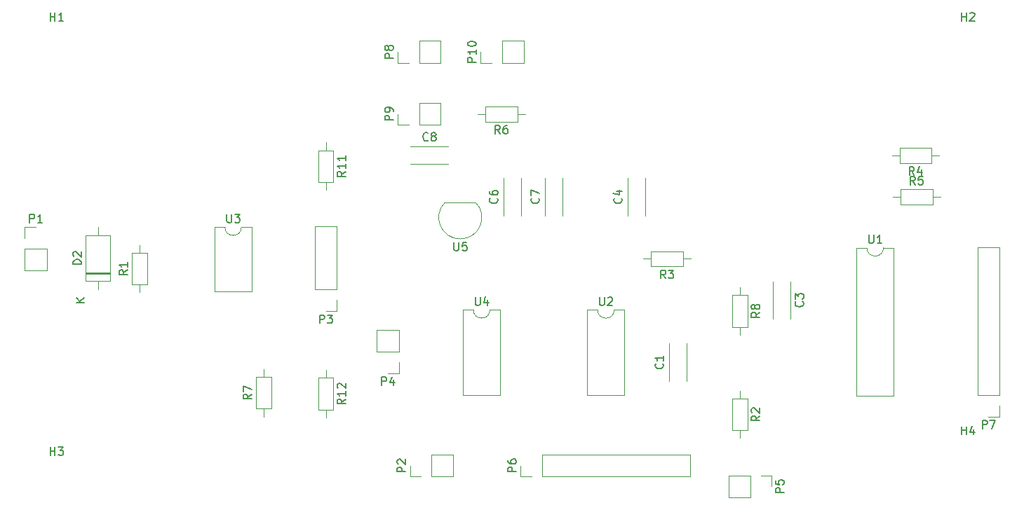
<source format=gbr>
G04 #@! TF.GenerationSoftware,KiCad,Pcbnew,(5.1.9)-1*
G04 #@! TF.CreationDate,2021-05-01T23:11:56+02:00*
G04 #@! TF.ProjectId,usb_pcb,7573625f-7063-4622-9e6b-696361645f70,0*
G04 #@! TF.SameCoordinates,Original*
G04 #@! TF.FileFunction,Legend,Top*
G04 #@! TF.FilePolarity,Positive*
%FSLAX46Y46*%
G04 Gerber Fmt 4.6, Leading zero omitted, Abs format (unit mm)*
G04 Created by KiCad (PCBNEW (5.1.9)-1) date 2021-05-01 23:11:56*
%MOMM*%
%LPD*%
G01*
G04 APERTURE LIST*
%ADD10C,0.120000*%
%ADD11C,0.150000*%
G04 APERTURE END LIST*
D10*
X91330000Y-71050000D02*
X88670000Y-71050000D01*
X91330000Y-78730000D02*
X91330000Y-71050000D01*
X88670000Y-78730000D02*
X88670000Y-71050000D01*
X91330000Y-78730000D02*
X88670000Y-78730000D01*
X91330000Y-80000000D02*
X91330000Y-81330000D01*
X91330000Y-81330000D02*
X90000000Y-81330000D01*
X171330000Y-73630000D02*
X168670000Y-73630000D01*
X171330000Y-91470000D02*
X171330000Y-73630000D01*
X168670000Y-91470000D02*
X168670000Y-73630000D01*
X171330000Y-91470000D02*
X168670000Y-91470000D01*
X171330000Y-92740000D02*
X171330000Y-94070000D01*
X171330000Y-94070000D02*
X170000000Y-94070000D01*
X133950000Y-101330000D02*
X133950000Y-98670000D01*
X116110000Y-101330000D02*
X133950000Y-101330000D01*
X116110000Y-98670000D02*
X133950000Y-98670000D01*
X116110000Y-101330000D02*
X116110000Y-98670000D01*
X114840000Y-101330000D02*
X113510000Y-101330000D01*
X113510000Y-101330000D02*
X113510000Y-100000000D01*
X113110000Y-58420000D02*
X113110000Y-56580000D01*
X113110000Y-56580000D02*
X109270000Y-56580000D01*
X109270000Y-56580000D02*
X109270000Y-58420000D01*
X109270000Y-58420000D02*
X113110000Y-58420000D01*
X114060000Y-57500000D02*
X113110000Y-57500000D01*
X108320000Y-57500000D02*
X109270000Y-57500000D01*
X113870000Y-51330000D02*
X113870000Y-48670000D01*
X111270000Y-51330000D02*
X113870000Y-51330000D01*
X111270000Y-48670000D02*
X113870000Y-48670000D01*
X111270000Y-51330000D02*
X111270000Y-48670000D01*
X110000000Y-51330000D02*
X108670000Y-51330000D01*
X108670000Y-51330000D02*
X108670000Y-50000000D01*
X103870000Y-58830000D02*
X103870000Y-56170000D01*
X101270000Y-58830000D02*
X103870000Y-58830000D01*
X101270000Y-56170000D02*
X103870000Y-56170000D01*
X101270000Y-58830000D02*
X101270000Y-56170000D01*
X100000000Y-58830000D02*
X98670000Y-58830000D01*
X98670000Y-58830000D02*
X98670000Y-57500000D01*
X103870000Y-51330000D02*
X103870000Y-48670000D01*
X101270000Y-51330000D02*
X103870000Y-51330000D01*
X101270000Y-48670000D02*
X103870000Y-48670000D01*
X101270000Y-51330000D02*
X101270000Y-48670000D01*
X100000000Y-51330000D02*
X98670000Y-51330000D01*
X98670000Y-51330000D02*
X98670000Y-50000000D01*
X138630000Y-101170000D02*
X138630000Y-103830000D01*
X141230000Y-101170000D02*
X138630000Y-101170000D01*
X141230000Y-103830000D02*
X138630000Y-103830000D01*
X141230000Y-101170000D02*
X141230000Y-103830000D01*
X142500000Y-101170000D02*
X143830000Y-101170000D01*
X143830000Y-101170000D02*
X143830000Y-102500000D01*
X98830000Y-83630000D02*
X96170000Y-83630000D01*
X98830000Y-86230000D02*
X98830000Y-83630000D01*
X96170000Y-86230000D02*
X96170000Y-83630000D01*
X98830000Y-86230000D02*
X96170000Y-86230000D01*
X98830000Y-87500000D02*
X98830000Y-88830000D01*
X98830000Y-88830000D02*
X97500000Y-88830000D01*
X105370000Y-101330000D02*
X105370000Y-98670000D01*
X102770000Y-101330000D02*
X105370000Y-101330000D01*
X102770000Y-98670000D02*
X105370000Y-98670000D01*
X102770000Y-101330000D02*
X102770000Y-98670000D01*
X101500000Y-101330000D02*
X100170000Y-101330000D01*
X100170000Y-101330000D02*
X100170000Y-100000000D01*
X53670000Y-76370000D02*
X56330000Y-76370000D01*
X53670000Y-73770000D02*
X53670000Y-76370000D01*
X56330000Y-73770000D02*
X56330000Y-76370000D01*
X53670000Y-73770000D02*
X56330000Y-73770000D01*
X53670000Y-72500000D02*
X53670000Y-71170000D01*
X53670000Y-71170000D02*
X55000000Y-71170000D01*
X108030000Y-68150000D02*
X104430000Y-68150000D01*
X104391522Y-68161522D02*
G75*
G03*
X106230000Y-72600000I1838478J-1838478D01*
G01*
X108068478Y-68161522D02*
G75*
G02*
X106230000Y-72600000I-1838478J-1838478D01*
G01*
X159390000Y-66580000D02*
X159390000Y-68420000D01*
X159390000Y-68420000D02*
X163230000Y-68420000D01*
X163230000Y-68420000D02*
X163230000Y-66580000D01*
X163230000Y-66580000D02*
X159390000Y-66580000D01*
X158440000Y-67500000D02*
X159390000Y-67500000D01*
X164180000Y-67500000D02*
X163230000Y-67500000D01*
X163110000Y-63420000D02*
X163110000Y-61580000D01*
X163110000Y-61580000D02*
X159270000Y-61580000D01*
X159270000Y-61580000D02*
X159270000Y-63420000D01*
X159270000Y-63420000D02*
X163110000Y-63420000D01*
X164060000Y-62500000D02*
X163110000Y-62500000D01*
X158320000Y-62500000D02*
X159270000Y-62500000D01*
X66580000Y-78110000D02*
X68420000Y-78110000D01*
X68420000Y-78110000D02*
X68420000Y-74270000D01*
X68420000Y-74270000D02*
X66580000Y-74270000D01*
X66580000Y-74270000D02*
X66580000Y-78110000D01*
X67500000Y-79060000D02*
X67500000Y-78110000D01*
X67500000Y-73320000D02*
X67500000Y-74270000D01*
X61030000Y-77640000D02*
X63970000Y-77640000D01*
X63970000Y-77640000D02*
X63970000Y-72200000D01*
X63970000Y-72200000D02*
X61030000Y-72200000D01*
X61030000Y-72200000D02*
X61030000Y-77640000D01*
X62500000Y-78660000D02*
X62500000Y-77640000D01*
X62500000Y-71180000D02*
X62500000Y-72200000D01*
X61030000Y-76740000D02*
X63970000Y-76740000D01*
X61030000Y-76620000D02*
X63970000Y-76620000D01*
X61030000Y-76860000D02*
X63970000Y-76860000D01*
X100230000Y-61430000D02*
X104770000Y-61430000D01*
X100230000Y-63570000D02*
X104770000Y-63570000D01*
X100230000Y-61430000D02*
X100230000Y-61445000D01*
X100230000Y-63555000D02*
X100230000Y-63570000D01*
X104770000Y-61430000D02*
X104770000Y-61445000D01*
X104770000Y-63555000D02*
X104770000Y-63570000D01*
X155310000Y-73670000D02*
X154060000Y-73670000D01*
X154060000Y-73670000D02*
X154060000Y-91570000D01*
X154060000Y-91570000D02*
X158560000Y-91570000D01*
X158560000Y-91570000D02*
X158560000Y-73670000D01*
X158560000Y-73670000D02*
X157310000Y-73670000D01*
X157310000Y-73670000D02*
G75*
G02*
X155310000Y-73670000I-1000000J0D01*
G01*
X107810000Y-81170000D02*
X106560000Y-81170000D01*
X106560000Y-81170000D02*
X106560000Y-91450000D01*
X106560000Y-91450000D02*
X111060000Y-91450000D01*
X111060000Y-91450000D02*
X111060000Y-81170000D01*
X111060000Y-81170000D02*
X109810000Y-81170000D01*
X109810000Y-81170000D02*
G75*
G02*
X107810000Y-81170000I-1000000J0D01*
G01*
X77810000Y-71170000D02*
X76560000Y-71170000D01*
X76560000Y-71170000D02*
X76560000Y-78910000D01*
X76560000Y-78910000D02*
X81060000Y-78910000D01*
X81060000Y-78910000D02*
X81060000Y-71170000D01*
X81060000Y-71170000D02*
X79810000Y-71170000D01*
X79810000Y-71170000D02*
G75*
G02*
X77810000Y-71170000I-1000000J0D01*
G01*
X122810000Y-81170000D02*
X121560000Y-81170000D01*
X121560000Y-81170000D02*
X121560000Y-91450000D01*
X121560000Y-91450000D02*
X126060000Y-91450000D01*
X126060000Y-91450000D02*
X126060000Y-81170000D01*
X126060000Y-81170000D02*
X124810000Y-81170000D01*
X124810000Y-81170000D02*
G75*
G02*
X122810000Y-81170000I-1000000J0D01*
G01*
X90920000Y-89390000D02*
X89080000Y-89390000D01*
X89080000Y-89390000D02*
X89080000Y-93230000D01*
X89080000Y-93230000D02*
X90920000Y-93230000D01*
X90920000Y-93230000D02*
X90920000Y-89390000D01*
X90000000Y-88440000D02*
X90000000Y-89390000D01*
X90000000Y-94180000D02*
X90000000Y-93230000D01*
X90920000Y-61890000D02*
X89080000Y-61890000D01*
X89080000Y-61890000D02*
X89080000Y-65730000D01*
X89080000Y-65730000D02*
X90920000Y-65730000D01*
X90920000Y-65730000D02*
X90920000Y-61890000D01*
X90000000Y-60940000D02*
X90000000Y-61890000D01*
X90000000Y-66680000D02*
X90000000Y-65730000D01*
X140920000Y-79390000D02*
X139080000Y-79390000D01*
X139080000Y-79390000D02*
X139080000Y-83230000D01*
X139080000Y-83230000D02*
X140920000Y-83230000D01*
X140920000Y-83230000D02*
X140920000Y-79390000D01*
X140000000Y-78440000D02*
X140000000Y-79390000D01*
X140000000Y-84180000D02*
X140000000Y-83230000D01*
X81580000Y-93110000D02*
X83420000Y-93110000D01*
X83420000Y-93110000D02*
X83420000Y-89270000D01*
X83420000Y-89270000D02*
X81580000Y-89270000D01*
X81580000Y-89270000D02*
X81580000Y-93110000D01*
X82500000Y-94060000D02*
X82500000Y-93110000D01*
X82500000Y-88320000D02*
X82500000Y-89270000D01*
X133110000Y-75920000D02*
X133110000Y-74080000D01*
X133110000Y-74080000D02*
X129270000Y-74080000D01*
X129270000Y-74080000D02*
X129270000Y-75920000D01*
X129270000Y-75920000D02*
X133110000Y-75920000D01*
X134060000Y-75000000D02*
X133110000Y-75000000D01*
X128320000Y-75000000D02*
X129270000Y-75000000D01*
X140920000Y-91890000D02*
X139080000Y-91890000D01*
X139080000Y-91890000D02*
X139080000Y-95730000D01*
X139080000Y-95730000D02*
X140920000Y-95730000D01*
X140920000Y-95730000D02*
X140920000Y-91890000D01*
X140000000Y-90940000D02*
X140000000Y-91890000D01*
X140000000Y-96680000D02*
X140000000Y-95730000D01*
X116430000Y-69770000D02*
X116430000Y-65230000D01*
X118570000Y-69770000D02*
X118570000Y-65230000D01*
X116430000Y-69770000D02*
X116445000Y-69770000D01*
X118555000Y-69770000D02*
X118570000Y-69770000D01*
X116430000Y-65230000D02*
X116445000Y-65230000D01*
X118555000Y-65230000D02*
X118570000Y-65230000D01*
X111430000Y-69770000D02*
X111430000Y-65230000D01*
X113570000Y-69770000D02*
X113570000Y-65230000D01*
X111430000Y-69770000D02*
X111445000Y-69770000D01*
X113555000Y-69770000D02*
X113570000Y-69770000D01*
X111430000Y-65230000D02*
X111445000Y-65230000D01*
X113555000Y-65230000D02*
X113570000Y-65230000D01*
X126430000Y-69770000D02*
X126430000Y-65230000D01*
X128570000Y-69770000D02*
X128570000Y-65230000D01*
X126430000Y-69770000D02*
X126445000Y-69770000D01*
X128555000Y-69770000D02*
X128570000Y-69770000D01*
X126430000Y-65230000D02*
X126445000Y-65230000D01*
X128555000Y-65230000D02*
X128570000Y-65230000D01*
X146070000Y-77730000D02*
X146070000Y-82270000D01*
X143930000Y-77730000D02*
X143930000Y-82270000D01*
X146070000Y-77730000D02*
X146055000Y-77730000D01*
X143945000Y-77730000D02*
X143930000Y-77730000D01*
X146070000Y-82270000D02*
X146055000Y-82270000D01*
X143945000Y-82270000D02*
X143930000Y-82270000D01*
X131430000Y-89770000D02*
X131430000Y-85230000D01*
X133570000Y-89770000D02*
X133570000Y-85230000D01*
X131430000Y-89770000D02*
X131445000Y-89770000D01*
X133555000Y-89770000D02*
X133570000Y-89770000D01*
X131430000Y-85230000D02*
X131445000Y-85230000D01*
X133555000Y-85230000D02*
X133570000Y-85230000D01*
D11*
X56738095Y-98752380D02*
X56738095Y-97752380D01*
X56738095Y-98228571D02*
X57309523Y-98228571D01*
X57309523Y-98752380D02*
X57309523Y-97752380D01*
X57690476Y-97752380D02*
X58309523Y-97752380D01*
X57976190Y-98133333D01*
X58119047Y-98133333D01*
X58214285Y-98180952D01*
X58261904Y-98228571D01*
X58309523Y-98323809D01*
X58309523Y-98561904D01*
X58261904Y-98657142D01*
X58214285Y-98704761D01*
X58119047Y-98752380D01*
X57833333Y-98752380D01*
X57738095Y-98704761D01*
X57690476Y-98657142D01*
X56738095Y-46252380D02*
X56738095Y-45252380D01*
X56738095Y-45728571D02*
X57309523Y-45728571D01*
X57309523Y-46252380D02*
X57309523Y-45252380D01*
X58309523Y-46252380D02*
X57738095Y-46252380D01*
X58023809Y-46252380D02*
X58023809Y-45252380D01*
X57928571Y-45395238D01*
X57833333Y-45490476D01*
X57738095Y-45538095D01*
X166738095Y-96252380D02*
X166738095Y-95252380D01*
X166738095Y-95728571D02*
X167309523Y-95728571D01*
X167309523Y-96252380D02*
X167309523Y-95252380D01*
X168214285Y-95585714D02*
X168214285Y-96252380D01*
X167976190Y-95204761D02*
X167738095Y-95919047D01*
X168357142Y-95919047D01*
X166738095Y-46252380D02*
X166738095Y-45252380D01*
X166738095Y-45728571D02*
X167309523Y-45728571D01*
X167309523Y-46252380D02*
X167309523Y-45252380D01*
X167738095Y-45347619D02*
X167785714Y-45300000D01*
X167880952Y-45252380D01*
X168119047Y-45252380D01*
X168214285Y-45300000D01*
X168261904Y-45347619D01*
X168309523Y-45442857D01*
X168309523Y-45538095D01*
X168261904Y-45680952D01*
X167690476Y-46252380D01*
X168309523Y-46252380D01*
X89261904Y-82782380D02*
X89261904Y-81782380D01*
X89642857Y-81782380D01*
X89738095Y-81830000D01*
X89785714Y-81877619D01*
X89833333Y-81972857D01*
X89833333Y-82115714D01*
X89785714Y-82210952D01*
X89738095Y-82258571D01*
X89642857Y-82306190D01*
X89261904Y-82306190D01*
X90166666Y-81782380D02*
X90785714Y-81782380D01*
X90452380Y-82163333D01*
X90595238Y-82163333D01*
X90690476Y-82210952D01*
X90738095Y-82258571D01*
X90785714Y-82353809D01*
X90785714Y-82591904D01*
X90738095Y-82687142D01*
X90690476Y-82734761D01*
X90595238Y-82782380D01*
X90309523Y-82782380D01*
X90214285Y-82734761D01*
X90166666Y-82687142D01*
X169261904Y-95522380D02*
X169261904Y-94522380D01*
X169642857Y-94522380D01*
X169738095Y-94570000D01*
X169785714Y-94617619D01*
X169833333Y-94712857D01*
X169833333Y-94855714D01*
X169785714Y-94950952D01*
X169738095Y-94998571D01*
X169642857Y-95046190D01*
X169261904Y-95046190D01*
X170166666Y-94522380D02*
X170833333Y-94522380D01*
X170404761Y-95522380D01*
X112962380Y-100738095D02*
X111962380Y-100738095D01*
X111962380Y-100357142D01*
X112010000Y-100261904D01*
X112057619Y-100214285D01*
X112152857Y-100166666D01*
X112295714Y-100166666D01*
X112390952Y-100214285D01*
X112438571Y-100261904D01*
X112486190Y-100357142D01*
X112486190Y-100738095D01*
X111962380Y-99309523D02*
X111962380Y-99500000D01*
X112010000Y-99595238D01*
X112057619Y-99642857D01*
X112200476Y-99738095D01*
X112390952Y-99785714D01*
X112771904Y-99785714D01*
X112867142Y-99738095D01*
X112914761Y-99690476D01*
X112962380Y-99595238D01*
X112962380Y-99404761D01*
X112914761Y-99309523D01*
X112867142Y-99261904D01*
X112771904Y-99214285D01*
X112533809Y-99214285D01*
X112438571Y-99261904D01*
X112390952Y-99309523D01*
X112343333Y-99404761D01*
X112343333Y-99595238D01*
X112390952Y-99690476D01*
X112438571Y-99738095D01*
X112533809Y-99785714D01*
X111023333Y-59872380D02*
X110690000Y-59396190D01*
X110451904Y-59872380D02*
X110451904Y-58872380D01*
X110832857Y-58872380D01*
X110928095Y-58920000D01*
X110975714Y-58967619D01*
X111023333Y-59062857D01*
X111023333Y-59205714D01*
X110975714Y-59300952D01*
X110928095Y-59348571D01*
X110832857Y-59396190D01*
X110451904Y-59396190D01*
X111880476Y-58872380D02*
X111690000Y-58872380D01*
X111594761Y-58920000D01*
X111547142Y-58967619D01*
X111451904Y-59110476D01*
X111404285Y-59300952D01*
X111404285Y-59681904D01*
X111451904Y-59777142D01*
X111499523Y-59824761D01*
X111594761Y-59872380D01*
X111785238Y-59872380D01*
X111880476Y-59824761D01*
X111928095Y-59777142D01*
X111975714Y-59681904D01*
X111975714Y-59443809D01*
X111928095Y-59348571D01*
X111880476Y-59300952D01*
X111785238Y-59253333D01*
X111594761Y-59253333D01*
X111499523Y-59300952D01*
X111451904Y-59348571D01*
X111404285Y-59443809D01*
X108122380Y-51214285D02*
X107122380Y-51214285D01*
X107122380Y-50833333D01*
X107170000Y-50738095D01*
X107217619Y-50690476D01*
X107312857Y-50642857D01*
X107455714Y-50642857D01*
X107550952Y-50690476D01*
X107598571Y-50738095D01*
X107646190Y-50833333D01*
X107646190Y-51214285D01*
X108122380Y-49690476D02*
X108122380Y-50261904D01*
X108122380Y-49976190D02*
X107122380Y-49976190D01*
X107265238Y-50071428D01*
X107360476Y-50166666D01*
X107408095Y-50261904D01*
X107122380Y-49071428D02*
X107122380Y-48976190D01*
X107170000Y-48880952D01*
X107217619Y-48833333D01*
X107312857Y-48785714D01*
X107503333Y-48738095D01*
X107741428Y-48738095D01*
X107931904Y-48785714D01*
X108027142Y-48833333D01*
X108074761Y-48880952D01*
X108122380Y-48976190D01*
X108122380Y-49071428D01*
X108074761Y-49166666D01*
X108027142Y-49214285D01*
X107931904Y-49261904D01*
X107741428Y-49309523D01*
X107503333Y-49309523D01*
X107312857Y-49261904D01*
X107217619Y-49214285D01*
X107170000Y-49166666D01*
X107122380Y-49071428D01*
X98122380Y-58238095D02*
X97122380Y-58238095D01*
X97122380Y-57857142D01*
X97170000Y-57761904D01*
X97217619Y-57714285D01*
X97312857Y-57666666D01*
X97455714Y-57666666D01*
X97550952Y-57714285D01*
X97598571Y-57761904D01*
X97646190Y-57857142D01*
X97646190Y-58238095D01*
X98122380Y-57190476D02*
X98122380Y-57000000D01*
X98074761Y-56904761D01*
X98027142Y-56857142D01*
X97884285Y-56761904D01*
X97693809Y-56714285D01*
X97312857Y-56714285D01*
X97217619Y-56761904D01*
X97170000Y-56809523D01*
X97122380Y-56904761D01*
X97122380Y-57095238D01*
X97170000Y-57190476D01*
X97217619Y-57238095D01*
X97312857Y-57285714D01*
X97550952Y-57285714D01*
X97646190Y-57238095D01*
X97693809Y-57190476D01*
X97741428Y-57095238D01*
X97741428Y-56904761D01*
X97693809Y-56809523D01*
X97646190Y-56761904D01*
X97550952Y-56714285D01*
X98122380Y-50738095D02*
X97122380Y-50738095D01*
X97122380Y-50357142D01*
X97170000Y-50261904D01*
X97217619Y-50214285D01*
X97312857Y-50166666D01*
X97455714Y-50166666D01*
X97550952Y-50214285D01*
X97598571Y-50261904D01*
X97646190Y-50357142D01*
X97646190Y-50738095D01*
X97550952Y-49595238D02*
X97503333Y-49690476D01*
X97455714Y-49738095D01*
X97360476Y-49785714D01*
X97312857Y-49785714D01*
X97217619Y-49738095D01*
X97170000Y-49690476D01*
X97122380Y-49595238D01*
X97122380Y-49404761D01*
X97170000Y-49309523D01*
X97217619Y-49261904D01*
X97312857Y-49214285D01*
X97360476Y-49214285D01*
X97455714Y-49261904D01*
X97503333Y-49309523D01*
X97550952Y-49404761D01*
X97550952Y-49595238D01*
X97598571Y-49690476D01*
X97646190Y-49738095D01*
X97741428Y-49785714D01*
X97931904Y-49785714D01*
X98027142Y-49738095D01*
X98074761Y-49690476D01*
X98122380Y-49595238D01*
X98122380Y-49404761D01*
X98074761Y-49309523D01*
X98027142Y-49261904D01*
X97931904Y-49214285D01*
X97741428Y-49214285D01*
X97646190Y-49261904D01*
X97598571Y-49309523D01*
X97550952Y-49404761D01*
X145282380Y-103238095D02*
X144282380Y-103238095D01*
X144282380Y-102857142D01*
X144330000Y-102761904D01*
X144377619Y-102714285D01*
X144472857Y-102666666D01*
X144615714Y-102666666D01*
X144710952Y-102714285D01*
X144758571Y-102761904D01*
X144806190Y-102857142D01*
X144806190Y-103238095D01*
X144282380Y-101761904D02*
X144282380Y-102238095D01*
X144758571Y-102285714D01*
X144710952Y-102238095D01*
X144663333Y-102142857D01*
X144663333Y-101904761D01*
X144710952Y-101809523D01*
X144758571Y-101761904D01*
X144853809Y-101714285D01*
X145091904Y-101714285D01*
X145187142Y-101761904D01*
X145234761Y-101809523D01*
X145282380Y-101904761D01*
X145282380Y-102142857D01*
X145234761Y-102238095D01*
X145187142Y-102285714D01*
X96761904Y-90282380D02*
X96761904Y-89282380D01*
X97142857Y-89282380D01*
X97238095Y-89330000D01*
X97285714Y-89377619D01*
X97333333Y-89472857D01*
X97333333Y-89615714D01*
X97285714Y-89710952D01*
X97238095Y-89758571D01*
X97142857Y-89806190D01*
X96761904Y-89806190D01*
X98190476Y-89615714D02*
X98190476Y-90282380D01*
X97952380Y-89234761D02*
X97714285Y-89949047D01*
X98333333Y-89949047D01*
X99622380Y-100738095D02*
X98622380Y-100738095D01*
X98622380Y-100357142D01*
X98670000Y-100261904D01*
X98717619Y-100214285D01*
X98812857Y-100166666D01*
X98955714Y-100166666D01*
X99050952Y-100214285D01*
X99098571Y-100261904D01*
X99146190Y-100357142D01*
X99146190Y-100738095D01*
X98717619Y-99785714D02*
X98670000Y-99738095D01*
X98622380Y-99642857D01*
X98622380Y-99404761D01*
X98670000Y-99309523D01*
X98717619Y-99261904D01*
X98812857Y-99214285D01*
X98908095Y-99214285D01*
X99050952Y-99261904D01*
X99622380Y-99833333D01*
X99622380Y-99214285D01*
X54261904Y-70622380D02*
X54261904Y-69622380D01*
X54642857Y-69622380D01*
X54738095Y-69670000D01*
X54785714Y-69717619D01*
X54833333Y-69812857D01*
X54833333Y-69955714D01*
X54785714Y-70050952D01*
X54738095Y-70098571D01*
X54642857Y-70146190D01*
X54261904Y-70146190D01*
X55785714Y-70622380D02*
X55214285Y-70622380D01*
X55500000Y-70622380D02*
X55500000Y-69622380D01*
X55404761Y-69765238D01*
X55309523Y-69860476D01*
X55214285Y-69908095D01*
X105468095Y-73012380D02*
X105468095Y-73821904D01*
X105515714Y-73917142D01*
X105563333Y-73964761D01*
X105658571Y-74012380D01*
X105849047Y-74012380D01*
X105944285Y-73964761D01*
X105991904Y-73917142D01*
X106039523Y-73821904D01*
X106039523Y-73012380D01*
X106991904Y-73012380D02*
X106515714Y-73012380D01*
X106468095Y-73488571D01*
X106515714Y-73440952D01*
X106610952Y-73393333D01*
X106849047Y-73393333D01*
X106944285Y-73440952D01*
X106991904Y-73488571D01*
X107039523Y-73583809D01*
X107039523Y-73821904D01*
X106991904Y-73917142D01*
X106944285Y-73964761D01*
X106849047Y-74012380D01*
X106610952Y-74012380D01*
X106515714Y-73964761D01*
X106468095Y-73917142D01*
X161143333Y-66032380D02*
X160810000Y-65556190D01*
X160571904Y-66032380D02*
X160571904Y-65032380D01*
X160952857Y-65032380D01*
X161048095Y-65080000D01*
X161095714Y-65127619D01*
X161143333Y-65222857D01*
X161143333Y-65365714D01*
X161095714Y-65460952D01*
X161048095Y-65508571D01*
X160952857Y-65556190D01*
X160571904Y-65556190D01*
X162048095Y-65032380D02*
X161571904Y-65032380D01*
X161524285Y-65508571D01*
X161571904Y-65460952D01*
X161667142Y-65413333D01*
X161905238Y-65413333D01*
X162000476Y-65460952D01*
X162048095Y-65508571D01*
X162095714Y-65603809D01*
X162095714Y-65841904D01*
X162048095Y-65937142D01*
X162000476Y-65984761D01*
X161905238Y-66032380D01*
X161667142Y-66032380D01*
X161571904Y-65984761D01*
X161524285Y-65937142D01*
X161023333Y-64872380D02*
X160690000Y-64396190D01*
X160451904Y-64872380D02*
X160451904Y-63872380D01*
X160832857Y-63872380D01*
X160928095Y-63920000D01*
X160975714Y-63967619D01*
X161023333Y-64062857D01*
X161023333Y-64205714D01*
X160975714Y-64300952D01*
X160928095Y-64348571D01*
X160832857Y-64396190D01*
X160451904Y-64396190D01*
X161880476Y-64205714D02*
X161880476Y-64872380D01*
X161642380Y-63824761D02*
X161404285Y-64539047D01*
X162023333Y-64539047D01*
X66032380Y-76356666D02*
X65556190Y-76690000D01*
X66032380Y-76928095D02*
X65032380Y-76928095D01*
X65032380Y-76547142D01*
X65080000Y-76451904D01*
X65127619Y-76404285D01*
X65222857Y-76356666D01*
X65365714Y-76356666D01*
X65460952Y-76404285D01*
X65508571Y-76451904D01*
X65556190Y-76547142D01*
X65556190Y-76928095D01*
X66032380Y-75404285D02*
X66032380Y-75975714D01*
X66032380Y-75690000D02*
X65032380Y-75690000D01*
X65175238Y-75785238D01*
X65270476Y-75880476D01*
X65318095Y-75975714D01*
X60482380Y-75658095D02*
X59482380Y-75658095D01*
X59482380Y-75420000D01*
X59530000Y-75277142D01*
X59625238Y-75181904D01*
X59720476Y-75134285D01*
X59910952Y-75086666D01*
X60053809Y-75086666D01*
X60244285Y-75134285D01*
X60339523Y-75181904D01*
X60434761Y-75277142D01*
X60482380Y-75420000D01*
X60482380Y-75658095D01*
X59577619Y-74705714D02*
X59530000Y-74658095D01*
X59482380Y-74562857D01*
X59482380Y-74324761D01*
X59530000Y-74229523D01*
X59577619Y-74181904D01*
X59672857Y-74134285D01*
X59768095Y-74134285D01*
X59910952Y-74181904D01*
X60482380Y-74753333D01*
X60482380Y-74134285D01*
X60852380Y-80261904D02*
X59852380Y-80261904D01*
X60852380Y-79690476D02*
X60280952Y-80119047D01*
X59852380Y-79690476D02*
X60423809Y-80261904D01*
X102333333Y-60657142D02*
X102285714Y-60704761D01*
X102142857Y-60752380D01*
X102047619Y-60752380D01*
X101904761Y-60704761D01*
X101809523Y-60609523D01*
X101761904Y-60514285D01*
X101714285Y-60323809D01*
X101714285Y-60180952D01*
X101761904Y-59990476D01*
X101809523Y-59895238D01*
X101904761Y-59800000D01*
X102047619Y-59752380D01*
X102142857Y-59752380D01*
X102285714Y-59800000D01*
X102333333Y-59847619D01*
X102904761Y-60180952D02*
X102809523Y-60133333D01*
X102761904Y-60085714D01*
X102714285Y-59990476D01*
X102714285Y-59942857D01*
X102761904Y-59847619D01*
X102809523Y-59800000D01*
X102904761Y-59752380D01*
X103095238Y-59752380D01*
X103190476Y-59800000D01*
X103238095Y-59847619D01*
X103285714Y-59942857D01*
X103285714Y-59990476D01*
X103238095Y-60085714D01*
X103190476Y-60133333D01*
X103095238Y-60180952D01*
X102904761Y-60180952D01*
X102809523Y-60228571D01*
X102761904Y-60276190D01*
X102714285Y-60371428D01*
X102714285Y-60561904D01*
X102761904Y-60657142D01*
X102809523Y-60704761D01*
X102904761Y-60752380D01*
X103095238Y-60752380D01*
X103190476Y-60704761D01*
X103238095Y-60657142D01*
X103285714Y-60561904D01*
X103285714Y-60371428D01*
X103238095Y-60276190D01*
X103190476Y-60228571D01*
X103095238Y-60180952D01*
X155548095Y-72122380D02*
X155548095Y-72931904D01*
X155595714Y-73027142D01*
X155643333Y-73074761D01*
X155738571Y-73122380D01*
X155929047Y-73122380D01*
X156024285Y-73074761D01*
X156071904Y-73027142D01*
X156119523Y-72931904D01*
X156119523Y-72122380D01*
X157119523Y-73122380D02*
X156548095Y-73122380D01*
X156833809Y-73122380D02*
X156833809Y-72122380D01*
X156738571Y-72265238D01*
X156643333Y-72360476D01*
X156548095Y-72408095D01*
X108048095Y-79622380D02*
X108048095Y-80431904D01*
X108095714Y-80527142D01*
X108143333Y-80574761D01*
X108238571Y-80622380D01*
X108429047Y-80622380D01*
X108524285Y-80574761D01*
X108571904Y-80527142D01*
X108619523Y-80431904D01*
X108619523Y-79622380D01*
X109524285Y-79955714D02*
X109524285Y-80622380D01*
X109286190Y-79574761D02*
X109048095Y-80289047D01*
X109667142Y-80289047D01*
X78048095Y-69622380D02*
X78048095Y-70431904D01*
X78095714Y-70527142D01*
X78143333Y-70574761D01*
X78238571Y-70622380D01*
X78429047Y-70622380D01*
X78524285Y-70574761D01*
X78571904Y-70527142D01*
X78619523Y-70431904D01*
X78619523Y-69622380D01*
X79000476Y-69622380D02*
X79619523Y-69622380D01*
X79286190Y-70003333D01*
X79429047Y-70003333D01*
X79524285Y-70050952D01*
X79571904Y-70098571D01*
X79619523Y-70193809D01*
X79619523Y-70431904D01*
X79571904Y-70527142D01*
X79524285Y-70574761D01*
X79429047Y-70622380D01*
X79143333Y-70622380D01*
X79048095Y-70574761D01*
X79000476Y-70527142D01*
X123048095Y-79622380D02*
X123048095Y-80431904D01*
X123095714Y-80527142D01*
X123143333Y-80574761D01*
X123238571Y-80622380D01*
X123429047Y-80622380D01*
X123524285Y-80574761D01*
X123571904Y-80527142D01*
X123619523Y-80431904D01*
X123619523Y-79622380D01*
X124048095Y-79717619D02*
X124095714Y-79670000D01*
X124190952Y-79622380D01*
X124429047Y-79622380D01*
X124524285Y-79670000D01*
X124571904Y-79717619D01*
X124619523Y-79812857D01*
X124619523Y-79908095D01*
X124571904Y-80050952D01*
X124000476Y-80622380D01*
X124619523Y-80622380D01*
X92372380Y-91952857D02*
X91896190Y-92286190D01*
X92372380Y-92524285D02*
X91372380Y-92524285D01*
X91372380Y-92143333D01*
X91420000Y-92048095D01*
X91467619Y-92000476D01*
X91562857Y-91952857D01*
X91705714Y-91952857D01*
X91800952Y-92000476D01*
X91848571Y-92048095D01*
X91896190Y-92143333D01*
X91896190Y-92524285D01*
X92372380Y-91000476D02*
X92372380Y-91571904D01*
X92372380Y-91286190D02*
X91372380Y-91286190D01*
X91515238Y-91381428D01*
X91610476Y-91476666D01*
X91658095Y-91571904D01*
X91467619Y-90619523D02*
X91420000Y-90571904D01*
X91372380Y-90476666D01*
X91372380Y-90238571D01*
X91420000Y-90143333D01*
X91467619Y-90095714D01*
X91562857Y-90048095D01*
X91658095Y-90048095D01*
X91800952Y-90095714D01*
X92372380Y-90667142D01*
X92372380Y-90048095D01*
X92372380Y-64452857D02*
X91896190Y-64786190D01*
X92372380Y-65024285D02*
X91372380Y-65024285D01*
X91372380Y-64643333D01*
X91420000Y-64548095D01*
X91467619Y-64500476D01*
X91562857Y-64452857D01*
X91705714Y-64452857D01*
X91800952Y-64500476D01*
X91848571Y-64548095D01*
X91896190Y-64643333D01*
X91896190Y-65024285D01*
X92372380Y-63500476D02*
X92372380Y-64071904D01*
X92372380Y-63786190D02*
X91372380Y-63786190D01*
X91515238Y-63881428D01*
X91610476Y-63976666D01*
X91658095Y-64071904D01*
X92372380Y-62548095D02*
X92372380Y-63119523D01*
X92372380Y-62833809D02*
X91372380Y-62833809D01*
X91515238Y-62929047D01*
X91610476Y-63024285D01*
X91658095Y-63119523D01*
X142372380Y-81476666D02*
X141896190Y-81810000D01*
X142372380Y-82048095D02*
X141372380Y-82048095D01*
X141372380Y-81667142D01*
X141420000Y-81571904D01*
X141467619Y-81524285D01*
X141562857Y-81476666D01*
X141705714Y-81476666D01*
X141800952Y-81524285D01*
X141848571Y-81571904D01*
X141896190Y-81667142D01*
X141896190Y-82048095D01*
X141800952Y-80905238D02*
X141753333Y-81000476D01*
X141705714Y-81048095D01*
X141610476Y-81095714D01*
X141562857Y-81095714D01*
X141467619Y-81048095D01*
X141420000Y-81000476D01*
X141372380Y-80905238D01*
X141372380Y-80714761D01*
X141420000Y-80619523D01*
X141467619Y-80571904D01*
X141562857Y-80524285D01*
X141610476Y-80524285D01*
X141705714Y-80571904D01*
X141753333Y-80619523D01*
X141800952Y-80714761D01*
X141800952Y-80905238D01*
X141848571Y-81000476D01*
X141896190Y-81048095D01*
X141991428Y-81095714D01*
X142181904Y-81095714D01*
X142277142Y-81048095D01*
X142324761Y-81000476D01*
X142372380Y-80905238D01*
X142372380Y-80714761D01*
X142324761Y-80619523D01*
X142277142Y-80571904D01*
X142181904Y-80524285D01*
X141991428Y-80524285D01*
X141896190Y-80571904D01*
X141848571Y-80619523D01*
X141800952Y-80714761D01*
X81032380Y-91356666D02*
X80556190Y-91690000D01*
X81032380Y-91928095D02*
X80032380Y-91928095D01*
X80032380Y-91547142D01*
X80080000Y-91451904D01*
X80127619Y-91404285D01*
X80222857Y-91356666D01*
X80365714Y-91356666D01*
X80460952Y-91404285D01*
X80508571Y-91451904D01*
X80556190Y-91547142D01*
X80556190Y-91928095D01*
X80032380Y-91023333D02*
X80032380Y-90356666D01*
X81032380Y-90785238D01*
X131023333Y-77372380D02*
X130690000Y-76896190D01*
X130451904Y-77372380D02*
X130451904Y-76372380D01*
X130832857Y-76372380D01*
X130928095Y-76420000D01*
X130975714Y-76467619D01*
X131023333Y-76562857D01*
X131023333Y-76705714D01*
X130975714Y-76800952D01*
X130928095Y-76848571D01*
X130832857Y-76896190D01*
X130451904Y-76896190D01*
X131356666Y-76372380D02*
X131975714Y-76372380D01*
X131642380Y-76753333D01*
X131785238Y-76753333D01*
X131880476Y-76800952D01*
X131928095Y-76848571D01*
X131975714Y-76943809D01*
X131975714Y-77181904D01*
X131928095Y-77277142D01*
X131880476Y-77324761D01*
X131785238Y-77372380D01*
X131499523Y-77372380D01*
X131404285Y-77324761D01*
X131356666Y-77277142D01*
X142372380Y-93976666D02*
X141896190Y-94310000D01*
X142372380Y-94548095D02*
X141372380Y-94548095D01*
X141372380Y-94167142D01*
X141420000Y-94071904D01*
X141467619Y-94024285D01*
X141562857Y-93976666D01*
X141705714Y-93976666D01*
X141800952Y-94024285D01*
X141848571Y-94071904D01*
X141896190Y-94167142D01*
X141896190Y-94548095D01*
X141467619Y-93595714D02*
X141420000Y-93548095D01*
X141372380Y-93452857D01*
X141372380Y-93214761D01*
X141420000Y-93119523D01*
X141467619Y-93071904D01*
X141562857Y-93024285D01*
X141658095Y-93024285D01*
X141800952Y-93071904D01*
X142372380Y-93643333D01*
X142372380Y-93024285D01*
X115657142Y-67666666D02*
X115704761Y-67714285D01*
X115752380Y-67857142D01*
X115752380Y-67952380D01*
X115704761Y-68095238D01*
X115609523Y-68190476D01*
X115514285Y-68238095D01*
X115323809Y-68285714D01*
X115180952Y-68285714D01*
X114990476Y-68238095D01*
X114895238Y-68190476D01*
X114800000Y-68095238D01*
X114752380Y-67952380D01*
X114752380Y-67857142D01*
X114800000Y-67714285D01*
X114847619Y-67666666D01*
X114752380Y-67333333D02*
X114752380Y-66666666D01*
X115752380Y-67095238D01*
X110657142Y-67666666D02*
X110704761Y-67714285D01*
X110752380Y-67857142D01*
X110752380Y-67952380D01*
X110704761Y-68095238D01*
X110609523Y-68190476D01*
X110514285Y-68238095D01*
X110323809Y-68285714D01*
X110180952Y-68285714D01*
X109990476Y-68238095D01*
X109895238Y-68190476D01*
X109800000Y-68095238D01*
X109752380Y-67952380D01*
X109752380Y-67857142D01*
X109800000Y-67714285D01*
X109847619Y-67666666D01*
X109752380Y-66809523D02*
X109752380Y-67000000D01*
X109800000Y-67095238D01*
X109847619Y-67142857D01*
X109990476Y-67238095D01*
X110180952Y-67285714D01*
X110561904Y-67285714D01*
X110657142Y-67238095D01*
X110704761Y-67190476D01*
X110752380Y-67095238D01*
X110752380Y-66904761D01*
X110704761Y-66809523D01*
X110657142Y-66761904D01*
X110561904Y-66714285D01*
X110323809Y-66714285D01*
X110228571Y-66761904D01*
X110180952Y-66809523D01*
X110133333Y-66904761D01*
X110133333Y-67095238D01*
X110180952Y-67190476D01*
X110228571Y-67238095D01*
X110323809Y-67285714D01*
X125657142Y-67666666D02*
X125704761Y-67714285D01*
X125752380Y-67857142D01*
X125752380Y-67952380D01*
X125704761Y-68095238D01*
X125609523Y-68190476D01*
X125514285Y-68238095D01*
X125323809Y-68285714D01*
X125180952Y-68285714D01*
X124990476Y-68238095D01*
X124895238Y-68190476D01*
X124800000Y-68095238D01*
X124752380Y-67952380D01*
X124752380Y-67857142D01*
X124800000Y-67714285D01*
X124847619Y-67666666D01*
X125085714Y-66809523D02*
X125752380Y-66809523D01*
X124704761Y-67047619D02*
X125419047Y-67285714D01*
X125419047Y-66666666D01*
X147557142Y-80166666D02*
X147604761Y-80214285D01*
X147652380Y-80357142D01*
X147652380Y-80452380D01*
X147604761Y-80595238D01*
X147509523Y-80690476D01*
X147414285Y-80738095D01*
X147223809Y-80785714D01*
X147080952Y-80785714D01*
X146890476Y-80738095D01*
X146795238Y-80690476D01*
X146700000Y-80595238D01*
X146652380Y-80452380D01*
X146652380Y-80357142D01*
X146700000Y-80214285D01*
X146747619Y-80166666D01*
X146652380Y-79833333D02*
X146652380Y-79214285D01*
X147033333Y-79547619D01*
X147033333Y-79404761D01*
X147080952Y-79309523D01*
X147128571Y-79261904D01*
X147223809Y-79214285D01*
X147461904Y-79214285D01*
X147557142Y-79261904D01*
X147604761Y-79309523D01*
X147652380Y-79404761D01*
X147652380Y-79690476D01*
X147604761Y-79785714D01*
X147557142Y-79833333D01*
X130657142Y-87666666D02*
X130704761Y-87714285D01*
X130752380Y-87857142D01*
X130752380Y-87952380D01*
X130704761Y-88095238D01*
X130609523Y-88190476D01*
X130514285Y-88238095D01*
X130323809Y-88285714D01*
X130180952Y-88285714D01*
X129990476Y-88238095D01*
X129895238Y-88190476D01*
X129800000Y-88095238D01*
X129752380Y-87952380D01*
X129752380Y-87857142D01*
X129800000Y-87714285D01*
X129847619Y-87666666D01*
X130752380Y-86714285D02*
X130752380Y-87285714D01*
X130752380Y-87000000D02*
X129752380Y-87000000D01*
X129895238Y-87095238D01*
X129990476Y-87190476D01*
X130038095Y-87285714D01*
M02*

</source>
